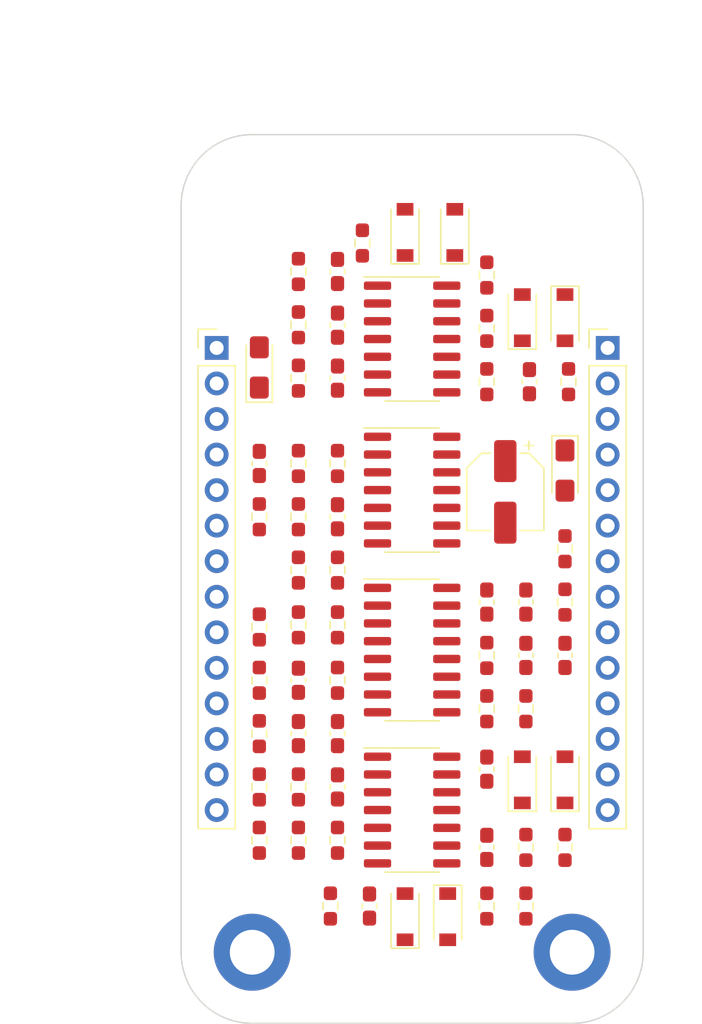
<source format=kicad_pcb>
(kicad_pcb (version 20211014) (generator pcbnew)
  (layers (0 "F.Cu" signal) (1 "In1.Cu" signal) (2 "In2.Cu" signal) (31 "B.Cu" signal) (34 "B.Paste" user) (35 "F.Paste" user) (36 "B.SilkS" user "B.Silkscreen") (37 "F.SilkS" user "F.Silkscreen") (38 "B.Mask" user) (39 "F.Mask" user) (44 "Edge.Cuts" user))
  (net 0 "")
  (net 1 "/GND")
  (net 2 "/+5.35V")
  (net 3 "/+4.5V")
  (net 4 "/+5.35V_Buf")
  (net 5 "/+4.5V_Buf")
  (net 6 "/+9V")
  (net 7 "Net-(C6-Pad1)")
  (net 8 "Net-(C6-Pad2)")
  (net 9 "Net-(C7-Pad1)")
  (net 10 "Net-(C7-Pad2)")
  (net 11 "/In")
  (net 12 "Net-(C9-Pad2)")
  (net 13 "Net-(C10-Pad1)")
  (net 14 "/VCF/UBP-LBP")
  (net 15 "Net-(C11-Pad1)")
  (net 16 "Net-(C12-Pad1)")
  (net 17 "Net-(C13-Pad1)")
  (net 18 "/UBP")
  (net 19 "Net-(C14-Pad1)")
  (net 20 "Net-(C15-Pad1)")
  (net 21 "/LBP")
  (net 22 "Net-(C16-Pad1)")
  (net 23 "Net-(C18-Pad1)")
  (net 24 "/LP")
  (net 25 "Net-(D1-Pad1)")
  (net 26 "Net-(D2-Pad1)")
  (net 27 "/CV Processing/Freq_CV_Biased")
  (net 28 "Net-(D3-Pad2)")
  (net 29 "/CV Processing/Res_CV_Biased")
  (net 30 "Net-(D4-Pad2)")
  (net 31 "/VCF/0.5*(UBP-LBP)")
  (net 32 "/VCF/LP_Lim")
  (net 33 "Net-(D7-Pad2)")
  (net 34 "/Freq_CV")
  (net 35 "/Res_CV")
  (net 36 "/HP")
  (net 37 "Net-(R3-Pad1)")
  (net 38 "Net-(R4-Pad1)")
  (net 39 "/VCF/FB")
  (net 40 "Net-(R13-Pad2)")
  (net 41 "Net-(R15-Pad2)")
  (net 42 "Net-(R16-Pad2)")
  (net 43 "Net-(R22-Pad2)")
  (net 44 "Net-(R23-Pad2)")
  (net 45 "Net-(R26-Pad2)")
  (net 46 "Net-(R28-Pad2)")
  (net 47 "Net-(R29-Pad2)")
  (net 48 "Net-(R33-Pad2)")
  (footprint "Package_SO:SOIC-14_3.9x8.7mm_P1.27mm" (layer "F.Cu") (at 64.77 60.96)
    (fp_text reference "U1" hide)
    (fp_text value "TL074")
    (pad "1" smd roundrect (at -2.475 -3.81) (size 1.95 0.6) (layers "F.Cu" "F.Paste" "F.Mask") (net 37 "Net-(R3-Pad1)"))
    (pad "2" smd roundrect (at -2.475 -2.54) (size 1.95 0.6) (layers "F.Cu" "F.Paste" "F.Mask") (net 37 "Net-(R3-Pad1)"))
    (pad "3" smd roundrect (at -2.475 -1.27) (size 1.95 0.6) (layers "F.Cu" "F.Paste" "F.Mask") (net 2 "/+5.35V"))
    (pad "4" smd roundrect (at -2.475 0) (size 1.95 0.6) (layers "F.Cu" "F.Paste" "F.Mask") (net 6 "/+9V"))
    (pad "5" smd roundrect (at -2.475 1.27) (size 1.95 0.6) (layers "F.Cu" "F.Paste" "F.Mask") (net 5 "/+4.5V_Buf"))
    (pad "6" smd roundrect (at -2.475 2.54) (size 1.95 0.6) (layers "F.Cu" "F.Paste" "F.Mask") (net 40 "Net-(R13-Pad2)"))
    (pad "7" smd roundrect (at -2.475 3.81) (size 1.95 0.6) (layers "F.Cu" "F.Paste" "F.Mask") (net 36 "/HP"))
    (pad "8" smd roundrect (at 2.475 3.81) (size 1.95 0.6) (layers "F.Cu" "F.Paste" "F.Mask") (net 18 "/UBP"))
    (pad "9" smd roundrect (at 2.475 2.54) (size 1.95 0.6) (layers "F.Cu" "F.Paste" "F.Mask") (net 17 "Net-(C13-Pad1)"))
    (pad "10" smd roundrect (at 2.475 1.27) (size 1.95 0.6) (layers "F.Cu" "F.Paste" "F.Mask") (net 5 "/+4.5V_Buf"))
    (pad "11" smd roundrect (at 2.475 0) (size 1.95 0.6) (layers "F.Cu" "F.Paste" "F.Mask") (net 1 "/GND"))
    (pad "12" smd roundrect (at 2.475 -1.27) (size 1.95 0.6) (layers "F.Cu" "F.Paste" "F.Mask") (net 3 "/+4.5V"))
    (pad "13" smd roundrect (at 2.475 -2.54) (size 1.95 0.6) (layers "F.Cu" "F.Paste" "F.Mask") (net 38 "Net-(R4-Pad1)"))
    (pad "14" smd roundrect (at 2.475 -3.81) (size 1.95 0.6) (layers "F.Cu" "F.Paste" "F.Mask") (net 38 "Net-(R4-Pad1)"))
  )
  (footprint "Resistor_SMD:R_0603_1608Metric_Pad0.98x0.95mm_HandSolder" (layer "F.Cu") (at 53.848 85.979 -90)
    (fp_text reference "R15" hide)
    (fp_text value "33k")
    (pad "1" smd roundrect (at -0.9125 0 270) (size 0.975 0.95) (layers "F.Cu" "F.Paste" "F.Mask") (net 21 "/LBP"))
    (pad "2" smd roundrect (at 0.9125 0 270) (size 0.975 0.95) (layers "F.Cu" "F.Paste" "F.Mask") (net 41 "Net-(R15-Pad2)"))
  )
  (footprint "Capacitor_SMD:CP_Elec_5x5.4" (layer "F.Cu") (at 71.4248 61.087 -90)
    (fp_text reference "C9" hide)
    (fp_text value "10u")
    (pad "1" smd roundrect (at -2.2 0 270) (size 3 1.6) (layers "F.Cu" "F.Paste" "F.Mask") (roundrect_rratio 0.15625) (net 11 "/In"))
    (pad "2" smd roundrect (at 2.2 0 270) (size 3 1.6) (layers "F.Cu" "F.Paste" "F.Mask") (roundrect_rratio 0.15625) (net 12 "Net-(C9-Pad2)"))
  )
  (footprint "Capacitor_SMD:C_0603_1608Metric_Pad1.08x0.95mm_HandSolder" (layer "F.Cu") (at 72.898 72.771 -90)
    (fp_text reference "C16" hide)
    (fp_text value "1.2n")
    (pad "1" smd roundrect (at -0.8625 0 270) (size 1.075 0.95) (layers "F.Cu" "F.Paste" "F.Mask") (net 22 "Net-(C16-Pad1)"))
    (pad "2" smd roundrect (at 0.8625 0 270) (size 1.075 0.95) (layers "F.Cu" "F.Paste" "F.Mask") (net 5 "/+4.5V_Buf"))
  )
  (footprint "Capacitor_SMD:C_0603_1608Metric_Pad1.08x0.95mm_HandSolder" (layer "F.Cu") (at 75.692 72.771 -90)
    (fp_text reference "C14" hide)
    (fp_text value "1.2n")
    (pad "1" smd roundrect (at -0.8625 0 270) (size 1.075 0.95) (layers "F.Cu" "F.Paste" "F.Mask") (net 19 "Net-(C14-Pad1)"))
    (pad "2" smd roundrect (at 0.8625 0 270) (size 1.075 0.95) (layers "F.Cu" "F.Paste" "F.Mask") (net 5 "/+4.5V_Buf"))
  )
  (footprint "Resistor_SMD:R_0603_1608Metric_Pad0.98x0.95mm_HandSolder" (layer "F.Cu") (at 59.436 59.055 90)
    (fp_text reference "R6" hide)
    (fp_text value "200k")
    (pad "1" smd roundrect (at -0.9125 0 90) (size 0.975 0.95) (layers "F.Cu" "F.Paste" "F.Mask") (net 35 "/Res_CV"))
    (pad "2" smd roundrect (at 0.9125 0 90) (size 0.975 0.95) (layers "F.Cu" "F.Paste" "F.Mask") (net 9 "Net-(C7-Pad1)"))
  )
  (footprint "Resistor_SMD:R_0603_1608Metric_Pad0.98x0.95mm_HandSolder" (layer "F.Cu") (at 56.642 59.055 90)
    (fp_text reference "R3" hide)
    (fp_text value "10")
    (pad "1" smd roundrect (at -0.9125 0 90) (size 0.975 0.95) (layers "F.Cu" "F.Paste" "F.Mask") (net 37 "Net-(R3-Pad1)"))
    (pad "2" smd roundrect (at 0.9125 0 90) (size 0.975 0.95) (layers "F.Cu" "F.Paste" "F.Mask") (net 4 "/+5.35V_Buf"))
  )
  (footprint "Resistor_SMD:R_0603_1608Metric_Pad0.98x0.95mm_HandSolder" (layer "F.Cu") (at 70.104 90.678 -90)
    (fp_text reference "R31" hide)
    (fp_text value "330k")
    (pad "1" smd roundrect (at -0.9125 0 270) (size 0.975 0.95) (layers "F.Cu" "F.Paste" "F.Mask") (net 31 "/VCF/0.5*(UBP-LBP)"))
    (pad "2" smd roundrect (at 0.9125 0 270) (size 0.975 0.95) (layers "F.Cu" "F.Paste" "F.Mask") (net 47 "Net-(R29-Pad2)"))
  )
  (footprint "Capacitor_SMD:C_0603_1608Metric_Pad1.08x0.95mm_HandSolder" (layer "F.Cu") (at 56.642 74.549 -90)
    (fp_text reference "C11" hide)
    (fp_text value "1.2n")
    (pad "1" smd roundrect (at -0.8625 0 270) (size 1.075 0.95) (layers "F.Cu" "F.Paste" "F.Mask") (net 15 "Net-(C11-Pad1)"))
    (pad "2" smd roundrect (at 0.8625 0 270) (size 1.075 0.95) (layers "F.Cu" "F.Paste" "F.Mask") (net 5 "/+4.5V_Buf"))
  )
  (footprint "Resistor_SMD:R_0603_1608Metric_Pad0.98x0.95mm_HandSolder" (layer "F.Cu") (at 72.898 90.678 -90)
    (fp_text reference "R21" hide)
    (fp_text value "33k")
    (pad "1" smd roundrect (at -0.9125 0 270) (size 0.975 0.95) (layers "F.Cu" "F.Paste" "F.Mask") (net 5 "/+4.5V_Buf"))
    (pad "2" smd roundrect (at 0.9125 0 270) (size 0.975 0.95) (layers "F.Cu" "F.Paste" "F.Mask") (net 13 "Net-(C10-Pad1)"))
  )
  (footprint "Diode_SMD:D_SOD-123" (layer "F.Cu") (at 75.692 81.661 90)
    (fp_text reference "D8" hide)
    (fp_text value "2.7V")
    (pad "1" smd rect (at -1.65 0 90) (size 0.9 1.2) (layers "F.Cu" "F.Paste" "F.Mask") (net 5 "/+4.5V_Buf"))
    (pad "2" smd rect (at 1.65 0 90) (size 0.9 1.2) (layers "F.Cu" "F.Paste" "F.Mask") (net 33 "Net-(D7-Pad2)"))
  )
  (footprint "Resistor_SMD:R_0603_1608Metric_Pad0.98x0.95mm_HandSolder" (layer "F.Cu") (at 56.642 85.979 90)
    (fp_text reference "R19" hide)
    (fp_text value "33k")
    (pad "1" smd roundrect (at -0.9125 0 90) (size 0.975 0.95) (layers "F.Cu" "F.Paste" "F.Mask") (net 41 "Net-(R15-Pad2)"))
    (pad "2" smd roundrect (at 0.9125 0 90) (size 0.975 0.95) (layers "F.Cu" "F.Paste" "F.Mask") (net 14 "/VCF/UBP-LBP"))
  )
  (footprint "Capacitor_Tantalum_SMD:CP_EIA-3216-18_Kemet-A_Pad1.58x1.35mm_HandSolder" (layer "F.Cu") (at 53.848 52.197 90)
    (fp_text reference "C3" hide)
    (fp_text value "22u")
    (pad "1" smd roundrect (at -1.4375 0 90) (size 1.575 1.35) (layers "F.Cu" "F.Paste" "F.Mask") (roundrect_rratio 0.185185) (net 4 "/+5.35V_Buf"))
    (pad "2" smd roundrect (at 1.4375 0 90) (size 1.575 1.35) (layers "F.Cu" "F.Paste" "F.Mask") (roundrect_rratio 0.185185) (net 1 "/GND"))
  )
  (footprint "Capacitor_SMD:C_0603_1608Metric_Pad1.08x0.95mm_HandSolder" (layer "F.Cu") (at 70.104 80.899 90)
    (fp_text reference "C15" hide)
    (fp_text value "220p")
    (pad "1" smd roundrect (at -0.8625 0 90) (size 1.075 0.95) (layers "F.Cu" "F.Paste" "F.Mask") (net 20 "Net-(C15-Pad1)"))
    (pad "2" smd roundrect (at 0.8625 0 90) (size 1.075 0.95) (layers "F.Cu" "F.Paste" "F.Mask") (net 21 "/LBP"))
  )
  (footprint "Resistor_SMD:R_0603_1608Metric_Pad0.98x0.95mm_HandSolder" (layer "F.Cu") (at 70.104 49.403 90)
    (fp_text reference "R10" hide)
    (fp_text value "100")
    (pad "1" smd roundrect (at -0.9125 0 90) (size 0.975 0.95) (layers "F.Cu" "F.Paste" "F.Mask") (net 10 "Net-(C7-Pad2)"))
    (pad "2" smd roundrect (at 0.9125 0 90) (size 0.975 0.95) (layers "F.Cu" "F.Paste" "F.Mask") (net 26 "Net-(D2-Pad1)"))
  )
  (footprint "Diode_SMD:D_SOD-123" (layer "F.Cu") (at 64.262 42.545 90)
    (fp_text reference "D3" hide)
    (fp_text value "1N4148")
    (pad "1" smd rect (at -1.65 0 90) (size 0.9 1.2) (layers "F.Cu" "F.Paste" "F.Mask") (net 27 "/CV Processing/Freq_CV_Biased"))
    (pad "2" smd rect (at 1.65 0 90) (size 0.9 1.2) (layers "F.Cu" "F.Paste" "F.Mask") (net 28 "Net-(D3-Pad2)"))
  )
  (footprint "Capacitor_SMD:C_0603_1608Metric_Pad1.08x0.95mm_HandSolder" (layer "F.Cu") (at 53.848 59.055 -90)
    (fp_text reference "C1" hide)
    (fp_text value "100n")
    (pad "1" smd roundrect (at -0.8625 0 270) (size 1.075 0.95) (layers "F.Cu" "F.Paste" "F.Mask") (net 1 "/GND"))
    (pad "2" smd roundrect (at 0.8625 0 270) (size 1.075 0.95) (layers "F.Cu" "F.Paste" "F.Mask") (net 2 "/+5.35V"))
  )
  (footprint "Resistor_SMD:R_0603_1608Metric_Pad0.98x0.95mm_HandSolder" (layer "F.Cu") (at 56.642 52.959 -90)
    (fp_text reference "R8" hide)
    (fp_text value "100k")
    (pad "1" smd roundrect (at -0.9125 0 270) (size 0.975 0.95) (layers "F.Cu" "F.Paste" "F.Mask") (net 9 "Net-(C7-Pad1)"))
    (pad "2" smd roundrect (at 0.9125 0 270) (size 0.975 0.95) (layers "F.Cu" "F.Paste" "F.Mask") (net 10 "Net-(C7-Pad2)"))
  )
  (footprint "Package_SO:SOIC-14_3.9x8.7mm_P1.27mm" (layer "F.Cu") (at 64.77 50.165)
    (fp_text reference "U2" hide)
    (fp_text value "TL074")
    (pad "1" smd roundrect (at -2.475 -3.81) (size 1.95 0.6) (layers "F.Cu" "F.Paste" "F.Mask") (net 8 "Net-(C6-Pad2)"))
    (pad "2" smd roundrect (at -2.475 -2.54) (size 1.95 0.6) (layers "F.Cu" "F.Paste" "F.Mask") (net 7 "Net-(C6-Pad1)"))
    (pad "3" smd roundrect (at -2.475 -1.27) (size 1.95 0.6) (layers "F.Cu" "F.Paste" "F.Mask") (net 4 "/+5.35V_Buf"))
    (pad "4" smd roundrect (at -2.475 0) (size 1.95 0.6) (layers "F.Cu" "F.Paste" "F.Mask") (net 6 "/+9V"))
    (pad "5" smd roundrect (at -2.475 1.27) (size 1.95 0.6) (layers "F.Cu" "F.Paste" "F.Mask") (net 4 "/+5.35V_Buf"))
    (pad "6" smd roundrect (at -2.475 2.54) (size 1.95 0.6) (layers "F.Cu" "F.Paste" "F.Mask") (net 9 "Net-(C7-Pad1)"))
    (pad "7" smd roundrect (at -2.475 3.81) (size 1.95 0.6) (layers "F.Cu" "F.Paste" "F.Mask") (net 10 "Net-(C7-Pad2)"))
    (pad "8" smd roundrect (at 2.475 3.81) (size 1.95 0.6) (layers "F.Cu" "F.Paste" "F.Mask") (net 30 "Net-(D4-Pad2)"))
    (pad "9" smd roundrect (at 2.475 2.54) (size 1.95 0.6) (layers "F.Cu" "F.Paste" "F.Mask") (net 29 "/CV Processing/Res_CV_Biased"))
    (pad "10" smd roundrect (at 2.475 1.27) (size 1.95 0.6) (layers "F.Cu" "F.Paste" "F.Mask") (net 26 "Net-(D2-Pad1)"))
    (pad "11" smd roundrect (at 2.475 0) (size 1.95 0.6) (layers "F.Cu" "F.Paste" "F.Mask") (net 1 "/GND"))
    (pad "12" smd roundrect (at 2.475 -1.27) (size 1.95 0.6) (layers "F.Cu" "F.Paste" "F.Mask") (net 25 "Net-(D1-Pad1)"))
    (pad "13" smd roundrect (at 2.475 -2.54) (size 1.95 0.6) (layers "F.Cu" "F.Paste" "F.Mask") (net 27 "/CV Processing/Freq_CV_Biased"))
    (pad "14" smd roundrect (at 2.475 -3.81) (size 1.95 0.6) (layers "F.Cu" "F.Paste" "F.Mask") (net 28 "Net-(D3-Pad2)"))
  )
  (footprint "Capacitor_SMD:C_0603_1608Metric_Pad1.08x0.95mm_HandSolder" (layer "F.Cu") (at 59.436 49.1755 -90)
    (fp_text reference "C8" hide)
    (fp_text value "100n")
    (pad "1" smd roundrect (at -0.8625 0 270) (size 1.075 0.95) (layers "F.Cu" "F.Paste" "F.Mask") (net 1 "/GND"))
    (pad "2" smd roundrect (at 0.8625 0 270) (size 1.075 0.95) (layers "F.Cu" "F.Paste" "F.Mask") (net 6 "/+9V"))
  )
  (footprint "Resistor_SMD:R_0603_1608Metric_Pad0.98x0.95mm_HandSolder" (layer "F.Cu") (at 59.436 66.675 90)
    (fp_text reference "R14" hide)
    (fp_text value "33k")
    (pad "1" smd roundrect (at -0.9125 0 90) (size 0.975 0.95) (layers "F.Cu" "F.Paste" "F.Mask") (net 12 "Net-(C9-Pad2)"))
    (pad "2" smd roundrect (at 0.9125 0 90) (size 0.975 0.95) (layers "F.Cu" "F.Paste" "F.Mask") (net 40 "Net-(R13-Pad2)"))
  )
  (footprint "Resistor_SMD:R_0603_1608Metric_Pad0.98x0.95mm_HandSolder" (layer "F.Cu") (at 70.104 45.593 -90)
    (fp_text reference "R11" hide)
    (fp_text value "10k")
    (pad "1" smd roundrect (at -0.9125 0 270) (size 0.975 0.95) (layers "F.Cu" "F.Paste" "F.Mask") (net 5 "/+4.5V_Buf"))
    (pad "2" smd roundrect (at 0.9125 0 270) (size 0.975 0.95) (layers "F.Cu" "F.Paste" "F.Mask") (net 27 "/CV Processing/Freq_CV_Biased"))
  )
  (footprint "Diode_SMD:D_SOD-123" (layer "F.Cu") (at 67.31 91.44 -90)
    (fp_text reference "D5" hide)
    (fp_text value "1N4148")
    (pad "1" smd rect (at -1.65 0 270) (size 0.9 1.2) (layers "F.Cu" "F.Paste" "F.Mask") (net 31 "/VCF/0.5*(UBP-LBP)"))
    (pad "2" smd rect (at 1.65 0 270) (size 0.9 1.2) (layers "F.Cu" "F.Paste" "F.Mask") (net 13 "Net-(C10-Pad1)"))
  )
  (footprint "Resistor_SMD:R_0603_1608Metric_Pad0.98x0.95mm_HandSolder" (layer "F.Cu") (at 72.898 76.581 90)
    (fp_text reference "R35" hide)
    (fp_text value "3.3k")
    (pad "1" smd roundrect (at -0.9125 0 90) (size 0.975 0.95) (layers "F.Cu" "F.Paste" "F.Mask") (net 24 "/LP"))
    (pad "2" smd roundrect (at 0.9125 0 90) (size 0.975 0.95) (layers "F.Cu" "F.Paste" "F.Mask") (net 32 "/VCF/LP_Lim"))
  )
  (footprint "Resistor_SMD:R_0603_1608Metric_Pad0.98x0.95mm_HandSolder" (layer "F.Cu") (at 70.104 76.581 90)
    (fp_text reference "R33" hide)
    (fp_text value "33k")
    (pad "1" smd roundrect (at -0.9125 0 90) (size 0.975 0.95) (layers "F.Cu" "F.Paste" "F.Mask") (net 21 "/LBP"))
    (pad "2" smd roundrect (at 0.9125 0 90) (size 0.975 0.95) (layers "F.Cu" "F.Paste" "F.Mask") (net 48 "Net-(R33-Pad2)"))
  )
  (footprint "Capacitor_Tantalum_SMD:CP_EIA-3216-18_Kemet-A_Pad1.58x1.35mm_HandSolder" (layer "F.Cu") (at 75.692 59.563 -90)
    (fp_text reference "C4" hide)
    (fp_text value "22u")
    (pad "1" smd roundrect (at -1.4375 0 270) (size 1.575 1.35) (layers "F.Cu" "F.Paste" "F.Mask") (roundrect_rratio 0.185185) (net 5 "/+4.5V_Buf"))
    (pad "2" smd roundrect (at 1.4375 0 270) (size 1.575 1.35) (layers "F.Cu" "F.Paste" "F.Mask") (roundrect_rratio 0.185185) (net 1 "/GND"))
  )
  (footprint "Resistor_SMD:R_0603_1608Metric_Pad0.98x0.95mm_HandSolder" (layer "F.Cu") (at 59.436 85.979 90)
    (fp_text reference "R20" hide)
    (fp_text value "33k")
    (pad "1" smd roundrect (at -0.9125 0 90) (size 0.975 0.95) (layers "F.Cu" "F.Paste" "F.Mask") (net 13 "Net-(C10-Pad1)"))
    (pad "2" smd roundrect (at 0.9125 0 90) (size 0.975 0.95) (layers "F.Cu" "F.Paste" "F.Mask") (net 14 "/VCF/UBP-LBP"))
  )
  (footprint "Diode_SMD:D_SOD-123" (layer "F.Cu") (at 72.644 48.641 90)
    (fp_text reference "D4" hide)
    (fp_text value "1N4148")
    (pad "1" smd rect (at -1.65 0 90) (size 0.9 1.2) (layers "F.Cu" "F.Paste" "F.Mask") (net 29 "/CV Processing/Res_CV_Biased"))
    (pad "2" smd rect (at 1.65 0 90) (size 0.9 1.2) (layers "F.Cu" "F.Paste" "F.Mask") (net 30 "Net-(D4-Pad2)"))
  )
  (footprint "Diode_SMD:D_SOD-123" (layer "F.Cu") (at 67.818 42.545 90)
    (fp_text reference "D1" hide)
    (fp_text value "2.7V")
    (pad "1" smd rect (at -1.65 0 90) (size 0.9 1.2) (layers "F.Cu" "F.Paste" "F.Mask") (net 25 "Net-(D1-Pad1)"))
    (pad "2" smd rect (at 1.65 0 90) (size 0.9 1.2) (layers "F.Cu" "F.Paste" "F.Mask") (net 5 "/+4.5V_Buf"))
  )
  (footprint "MountingHole:MountingHole_3.2mm_M3" (layer "F.Cu") (at 53.34 40.64)
    (fp_text reference "H2" hide)
    (fp_text value "1")
    (pad "" np_thru_hole circle locked (at 0 0) (size 3.2 3.2) (drill 3.2) (layers *.Cu *.Mask))
  )
  (footprint "Resistor_SMD:R_0603_1608Metric_Pad0.98x0.95mm_HandSolder" (layer "F.Cu") (at 56.642 70.5885 -90)
    (fp_text reference "R24" hide)
    (fp_text value "220")
    (pad "1" smd roundrect (at -0.9125 0 270) (size 0.975 0.95) (layers "F.Cu" "F.Paste" "F.Mask") (net 43 "Net-(R22-Pad2)"))
    (pad "2" smd roundrect (at 0.9125 0 270) (size 0.975 0.95) (layers "F.Cu" "F.Paste" "F.Mask") (net 15 "Net-(C11-Pad1)"))
  )
  (footprint "Resistor_SMD:R_0603_1608Metric_Pad0.98x0.95mm_HandSolder" (layer "F.Cu") (at 75.946 53.213 90)
    (fp_text reference "R4" hide)
    (fp_text value "10")
    (pad "1" smd roundrect (at -0.9125 0 90) (size 0.975 0.95) (layers "F.Cu" "F.Paste" "F.Mask") (net 38 "Net-(R4-Pad1)"))
    (pad "2" smd roundrect (at 0.9125 0 90) (size 0.975 0.95) (layers "F.Cu" "F.Paste" "F.Mask") (net 5 "/+4.5V_Buf"))
  )
  (footprint "Diode_SMD:D_SOD-123" (layer "F.Cu") (at 64.262 91.44 90)
    (fp_text reference "D6" hide)
    (fp_text value "1N4148")
    (pad "1" smd rect (at -1.65 0 90) (size 0.9 1.2) (layers "F.Cu" "F.Paste" "F.Mask") (net 13 "Net-(C10-Pad1)"))
    (pad "2" smd rect (at 1.65 0 90) (size 0.9 1.2) (layers "F.Cu" "F.Paste" "F.Mask") (net 31 "/VCF/0.5*(UBP-LBP)"))
  )
  (footprint "Capacitor_SMD:C_0603_1608Metric_Pad1.08x0.95mm_HandSolder" (layer "F.Cu") (at 59.436 45.339 90)
    (fp_text reference "C6" hide)
    (fp_text value "68p")
    (pad "1" smd roundrect (at -0.8625 0 90) (size 1.075 0.95) (layers "F.Cu" "F.Paste" "F.Mask") (net 7 "Net-(C6-Pad1)"))
    (pad "2" smd roundrect (at 0.8625 0 90) (size 1.075 0.95) (layers "F.Cu" "F.Paste" "F.Mask") (net 8 "Net-(C6-Pad2)"))
  )
  (footprint "Capacitor_SMD:C_0603_1608Metric_Pad1.08x0.95mm_HandSolder" (layer "F.Cu") (at 61.722 90.678 90)
    (fp_text reference "C10" hide)
    (fp_text value "220p")
    (pad "1" smd roundrect (at -0.8625 0 90) (size 1.075 0.95) (layers "F.Cu" "F.Paste" "F.Mask") (net 13 "Net-(C10-Pad1)"))
    (pad "2" smd roundrect (at 0.8625 0 90) (size 1.075 0.95) (layers "F.Cu" "F.Paste" "F.Mask") (net 14 "/VCF/UBP-LBP"))
  )
  (footprint "Resistor_SMD:R_0603_1608Metric_Pad0.98x0.95mm_HandSolder" (layer "F.Cu") (at 53.848 74.549 -90)
    (fp_text reference "R25" hide)
    (fp_text value "220")
    (pad "1" smd roundrect (at -0.9125 0 270) (size 0.975 0.95) (layers "F.Cu" "F.Paste" "F.Mask") (net 44 "Net-(R23-Pad2)"))
    (pad "2" smd roundrect (at 0.9125 0 270) (size 0.975 0.95) (layers "F.Cu" "F.Paste" "F.Mask") (net 16 "Net-(C12-Pad1)"))
  )
  (footprint "Resistor_SMD:R_0603_1608Metric_Pad0.98x0.95mm_HandSolder" (layer "F.Cu") (at 75.692 65.151 -90)
    (fp_text reference "R26" hide)
    (fp_text value "33k")
    (pad "1" smd roundrect (at -0.9125 0 270) (size 0.975 0.95) (layers "F.Cu" "F.Paste" "F.Mask") (net 18 "/UBP"))
    (pad "2" smd roundrect (at 0.9125 0 270) (size 0.975 0.95) (layers "F.Cu" "F.Paste" "F.Mask") (net 45 "Net-(R26-Pad2)"))
  )
  (footprint "Capacitor_SMD:C_0603_1608Metric_Pad1.08x0.95mm_HandSolder" (layer "F.Cu") (at 73.152 53.213 90)
    (fp_text reference "C2" hide)
    (fp_text value "100n")
    (pad "1" smd roundrect (at -0.8625 0 90) (size 1.075 0.95) (layers "F.Cu" "F.Paste" "F.Mask") (net 1 "/GND"))
    (pad "2" smd roundrect (at 0.8625 0 90) (size 1.075 0.95) (layers "F.Cu" "F.Paste" "F.Mask") (net 3 "/+4.5V"))
  )
  (footprint "Resistor_SMD:R_0603_1608Metric_Pad0.98x0.95mm_HandSolder" (layer "F.Cu") (at 53.848 70.739 90)
    (fp_text reference "R13" hide)
    (fp_text value "33k")
    (pad "1" smd roundrect (at -0.9125 0 90) (size 0.975 0.95) (layers "F.Cu" "F.Paste" "F.Mask") (net 39 "/VCF/FB"))
    (pad "2" smd roundrect (at 0.9125 0 90) (size 0.975 0.95) (layers "F.Cu" "F.Paste" "F.Mask") (net 40 "Net-(R13-Pad2)"))
  )
  (footprint "Resistor_SMD:R_0603_1608Metric_Pad0.98x0.95mm_HandSolder" (layer "F.Cu") (at 61.214 43.307 90)
    (fp_text reference "R9" hide)
    (fp_text value "100")
    (pad "1" smd roundrect (at -0.9125 0 90) (size 0.975 0.95) (layers "F.Cu" "F.Paste" "F.Mask") (net 8 "Net-(C6-Pad2)"))
    (pad "2" smd roundrect (at 0.9125 0 90) (size 0.975 0.95) (layers "F.Cu" "F.Paste" "F.Mask") (net 25 "Net-(D1-Pad1)"))
  )
  (footprint "Resistor_SMD:R_0603_1608Metric_Pad0.98x0.95mm_HandSolder" (layer "F.Cu") (at 56.642 66.675 -90)
    (fp_text reference "R18" hide)
    (fp_text value "33k")
    (pad "1" smd roundrect (at -0.9125 0 270) (size 0.975 0.95) (layers "F.Cu" "F.Paste" "F.Mask") (net 40 "Net-(R13-Pad2)"))
    (pad "2" smd roundrect (at 0.9125 0 270) (size 0.975 0.95) (layers "F.Cu" "F.Paste" "F.Mask") (net 36 "/HP"))
  )
  (footprint "Resistor_SMD:R_0603_1608Metric_Pad0.98x0.95mm_HandSolder" (layer "F.Cu") (at 59.436 74.549 90)
    (fp_text reference "R23" hide)
    (fp_text value "22k")
    (pad "1" smd roundrect (at -0.9125 0 90) (size 0.975 0.95) (layers "F.Cu" "F.Paste" "F.Mask") (net 14 "/VCF/UBP-LBP"))
    (pad "2" smd roundrect (at 0.9125 0 90) (size 0.975 0.95) (layers "F.Cu" "F.Paste" "F.Mask") (net 44 "Net-(R23-Pad2)"))
  )
  (footprint "Resistor_SMD:R_0603_1608Metric_Pad0.98x0.95mm_HandSolder" (layer "F.Cu") (at 56.642 45.339 90)
    (fp_text reference "R7" hide)
    (fp_text value "100k")
    (pad "1" smd roundrect (at -0.9125 0 90) (size 0.975 0.95) (layers "F.Cu" "F.Paste" "F.Mask") (net 7 "Net-(C6-Pad1)"))
    (pad "2" smd roundrect (at 0.9125 0 90) (size 0.975 0.95) (layers "F.Cu" "F.Paste" "F.Mask") (net 8 "Net-(C6-Pad2)"))
  )
  (footprint "Connector_PinHeader_2.54mm:PinHeader_1x14_P2.54mm_Vertical" (layer "F.Cu") (at 50.8 50.8)
    (fp_text reference "J1" hide)
    (fp_text value "Conn_01x14_Male")
    (pad "1" thru_hole rect locked (at 0 0) (size 1.7 1.7) (drill 1) (layers *.Cu *.Mask) (net 6 "/+9V"))
    (pad "2" thru_hole oval locked (at 0 2.54) (size 1.7 1.7) (drill 1) (layers *.Cu *.Mask) (net 1 "/GND"))
    (pad "3" thru_hole oval locked (at 0 5.08) (size 1.7 1.7) (drill 1) (layers *.Cu *.Mask) (net 3 "/+4.5V"))
    (pad "4" thru_hole oval locked (at 0 7.62) (size 1.7 1.7) (drill 1) (layers *.Cu *.Mask) (net 11 "/In"))
    (pad "5" thru_hole oval locked (at 0 10.16) (size 1.7 1.7) (drill 1) (layers *.Cu *.Mask) (net 1 "/GND"))
    (pad "6" thru_hole oval locked (at 0 12.7) (size 1.7 1.7) (drill 1) (layers *.Cu *.Mask) (net 34 "/Freq_CV"))
    (pad "7" thru_hole oval locked (at 0 15.24) (size 1.7 1.7) (drill 1) (layers *.Cu *.Mask) (net 35 "/Res_CV"))
    (pad "8" thru_hole oval locked (at 0 17.78) (size 1.7 1.7) (drill 1) (layers *.Cu *.Mask) (net 1 "/GND"))
    (pad "9" thru_hole oval locked (at 0 20.32) (size 1.7 1.7) (drill 1) (layers *.Cu *.Mask) (net 36 "/HP"))
    (pad "10" thru_hole oval locked (at 0 22.86) (size 1.7 1.7) (drill 1) (layers *.Cu *.Mask) (net 18 "/UBP"))
    (pad "11" thru_hole oval locked (at 0 25.4) (size 1.7 1.7) (drill 1) (layers *.Cu *.Mask) (net 1 "/GND"))
    (pad "12" thru_hole oval locked (at 0 27.94) (size 1.7 1.7) (drill 1) (layers *.Cu *.Mask) (net 21 "/LBP"))
    (pad "13" thru_hole oval locked (at 0 30.48) (size 1.7 1.7) (drill 1) (layers *.Cu *.Mask) (net 24 "/LP"))
    (pad "14" thru_hole oval locked (at 0 33.02) (size 1.7 1.7) (drill 1) (layers *.Cu *.Mask) (net 1 "/GND"))
  )
  (footprint "Capacitor_SMD:C_0603_1608Metric_Pad1.08x0.95mm_HandSolder" (layer "F.Cu") (at 70.104 68.961 -90)
    (fp_text reference "C20" hide)
    (fp_text value "100n")
    (pad "1" smd roundrect (at -0.8625 0 270) (size 1.075 0.95) (layers "F.Cu" "F.Paste" "F.Mask") (net 6 "/+9V"))
    (pad "2" smd roundrect (at 0.8625 0 270) (size 1.075 0.95) (layers "F.Cu" "F.Paste" "F.Mask") (net 1 "/GND"))
  )
  (footprint "Capacitor_SMD:C_0603_1608Metric_Pad1.08x0.95mm_HandSolder" (layer "F.Cu") (at 59.436 62.865 -90)
    (fp_text reference "C5" hide)
    (fp_text value "100n")
    (pad "1" smd roundrect (at -0.8625 0 270) (size 1.075 0.95) (layers "F.Cu" "F.Paste" "F.Mask") (net 6 "/+9V"))
    (pad "2" smd roundrect (at 0.8625 0 270) (size 1.075 0.95) (layers "F.Cu" "F.Paste" "F.Mask") (net 1 "/GND"))
  )
  (footprint "Diode_SMD:D_SOD-123" (layer "F.Cu") (at 75.692 48.641 -90)
    (fp_text reference "D2" hide)
    (fp_text value "2.7V")
    (pad "1" smd rect (at -1.65 0 270) (size 0.9 1.2) (layers "F.Cu" "F.Paste" "F.Mask") (net 26 "Net-(D2-Pad1)"))
    (pad "2" smd rect (at 1.65 0 270) (size 0.9 1.2) (layers "F.Cu" "F.Paste" "F.Mask") (net 5 "/+4.5V_Buf"))
  )
  (footprint "Resistor_SMD:R_0603_1608Metric_Pad0.98x0.95mm_HandSolder" (layer "F.Cu") (at 53.848 82.169 -90)
    (fp_text reference "R16" hide)
    (fp_text value "33k")
    (pad "1" smd roundrect (at -0.9125 0 270) (size 0.975 0.95) (layers "F.Cu" "F.Paste" "F.Mask") (net 18 "/UBP"))
    (pad "2" smd roundrect (at 0.9125 0 270) (size 0.975 0.95) (layers "F.Cu" "F.Paste" "F.Mask") (net 42 "Net-(R16-Pad2)"))
  )
  (footprint "Resistor_SMD:R_0603_1608Metric_Pad0.98x0.95mm_HandSolder" (layer "F.Cu") (at 56.642 62.865 -90)
    (fp_text reference "R1" hide)
    (fp_text value "6.8k")
    (pad "1" smd roundrect (at -0.9125 0 270) (size 0.975 0.95) (layers "F.Cu" "F.Paste" "F.Mask") (net 2 "/+5.35V"))
    (pad "2" smd roundrect (at 0.9125 0 270) (size 0.975 0.95) (layers "F.Cu" "F.Paste" "F.Mask") (net 6 "/+9V"))
  )
  (footprint "Resistor_SMD:R_0603_1608Metric_Pad0.98x0.95mm_HandSolder" (layer "F.Cu") (at 53.848 62.865 90)
    (fp_text reference "R2" hide)
    (fp_text value "10k")
    (pad "1" smd roundrect (at -0.9125 0 90) (size 0.975 0.95) (layers "F.Cu" "F.Paste" "F.Mask") (net 1 "/GND"))
    (pad "2" smd roundrect (at 0.9125 0 90) (size 0.975 0.95) (layers "F.Cu" "F.Paste" "F.Mask") (net 2 "/+5.35V"))
  )
  (footprint "Resistor_SMD:R_0603_1608Metric_Pad0.98x0.95mm_HandSolder" (layer "F.Cu") (at 70.104 72.771 90)
    (fp_text reference "R34" hide)
    (fp_text value "220")
    (pad "1" smd roundrect (at -0.9125 0 90) (size 0.975 0.95) (layers "F.Cu" "F.Paste" "F.Mask") (net 48 "Net-(R33-Pad2)"))
    (pad "2" smd roundrect (at 0.9125 0 90) (size 0.975 0.95) (layers "F.Cu" "F.Paste" "F.Mask") (net 22 "Net-(C16-Pad1)"))
  )
  (footprint "Resistor_SMD:R_0603_1608Metric_Pad0.98x0.95mm_HandSolder" (layer "F.Cu") (at 70.104 53.213 90)
    (fp_text reference "R12" hide)
    (fp_text value "10k")
    (pad "1" smd roundrect (at -0.9125 0 90) (size 0.975 0.95) (layers "F.Cu" "F.Paste" "F.Mask") (net 5 "/+4.5V_Buf"))
    (pad "2" smd roundrect (at 0.9125 0 90) (size 0.975 0.95) (layers "F.Cu" "F.Paste" "F.Mask") (net 29 "/CV Processing/Res_CV_Biased"))
  )
  (footprint "Capacitor_SMD:C_0603_1608Metric_Pad1.08x0.95mm_HandSolder" (layer "F.Cu") (at 59.436 82.169 90)
    (fp_text reference "C19" hide)
    (fp_text value "100n")
    (pad "1" smd roundrect (at -0.8625 0 90) (size 1.075 0.95) (layers "F.Cu" "F.Paste" "F.Mask") (net 6 "/+9V"))
    (pad "2" smd roundrect (at 0.8625 0 90) (size 1.075 0.95) (layers "F.Cu" "F.Paste" "F.Mask") (net 1 "/GND"))
  )
  (footprint "MountingHole:MountingHole_3.2mm_M3_ISO14580_Pad" (layer "F.Cu") (at 76.2 93.98)
    (fp_text reference "H3" hide)
    (fp_text value "GND")
    (pad "1" thru_hole circle locked (at 0 0) (size 5.5 5.5) (drill 3.2) (layers *.Cu *.Mask) (net 1 "/GND"))
  )
  (footprint "Package_SO:SOIC-14_3.9x8.7mm_P1.27mm" (layer "F.Cu") (at 64.77 83.82)
    (fp_text reference "U3" hide)
    (fp_text value "TL074")
    (pad "1" smd roundrect (at -2.475 -3.81) (size 1.95 0.6) (layers "F.Cu" "F.Paste" "F.Mask") (net 39 "/VCF/FB"))
    (pad "2" smd roundrect (at -2.475 -2.54) (size 1.95 0.6) (layers "F.Cu" "F.Paste" "F.Mask") (net 47 "Net-(R29-Pad2)"))
    (pad "3" smd roundrect (at -2.475 -1.27) (size 1.95 0.6) (layers "F.Cu" "F.Paste" "F.Mask") (net 5 "/+4.5V_Buf"))
    (pad "4" smd roundrect (at -2.475 0) (size 1.95 0.6) (layers "F.Cu" "F.Paste" "F.Mask") (net 6 "/+9V"))
    (pad "5" smd roundrect (at -2.475 1.27) (size 1.95 0.6) (layers "F.Cu" "F.Paste" "F.Mask") (net 42 "Net-(R16-Pad2)"))
    (pad "6" smd roundrect (at -2.475 2.54) (size 1.95 0.6) (layers "F.Cu" "F.Paste" "F.Mask") (net 41 "Net-(R15-Pad2)"))
    (pad "7" smd roundrect (at -2.475 3.81) (size 1.95 0.6) (layers "F.Cu" "F.Paste" "F.Mask") (net 14 "/VCF/UBP-LBP"))
    (pad "8" smd roundrect (at 2.475 3.81) (size 1.95 0.6) (layers "F.Cu" "F.Paste" "F.Mask") (net 24 "/LP"))
    (pad "9" smd roundrect (at 2.475 2.54) (size 1.95 0.6) (layers "F.Cu" "F.Paste" "F.Mask") (net 23 "Net-(C18-Pad1)"))
    (pad "10" smd roundrect (at 2.475 1.27) (size 1.95 0.6) (layers "F.Cu" "F.Paste" "F.Mask") (net 5 "/+4.5V_Buf"))
    (pad "11" smd roundrect (at 2.475 0) (size 1.95 0.6) (layers "F.Cu" "F.Paste" "F.Mask") (net 1 "/GND"))
    (pad "12" smd roundrect (at 2.475 -1.27) (size 1.95 0.6) (layers "F.Cu" "F.Paste" "F.Mask") (net 5 "/+4.5V_Buf"))
    (pad "13" smd roundrect (at 2.475 -2.54) (size 1.95 0.6) (layers "F.Cu" "F.Paste" "F.Mask") (net 20 "Net-(C15-Pad1)"))
    (pad "14" smd roundrect (at 2.475 -3.81) (size 1.95 0.6) (layers "F.Cu" "F.Paste" "F.Mask") (net 21 "/LBP"))
  )
  (footprint "Capacitor_SMD:C_0603_1608Metric_Pad1.08x0.95mm_HandSolder" (layer "F.Cu") (at 70.104 86.487 -90)
    (fp_text reference "C18" hide)
    (fp_text value "220p")
    (pad "1" smd roundrect (at -0.8625 0 270) (size 1.075 0.95) (layers "F.Cu" "F.Paste" "F.Mask") (net 23 "Net-(C18-Pad1)"))
    (pad "2" smd roundrect (at 0.8625 0 270) (size 1.075 0.95) (layers "F.Cu" "F.Paste" "F.Mask") (net 24 "/LP"))
  )
  (footprint "Resistor_SMD:R_0603_1608Metric_Pad0.98x0.95mm_HandSolder" (layer "F.Cu") (at 56.642 82.169 -90)
    (fp_text reference "R17" hide)
    (fp_text value "33k")
    (pad "1" smd roundrect (at -0.9125 0 270) (size 0.975 0.95) (layers "F.Cu" "F.Paste" "F.Mask") (net 5 "/+4.5V_Buf"))
    (pad "2" smd roundrect (at 0.9125 0 270) (size 0.975 0.95) (layers "F.Cu" "F.Paste" "F.Mask") (net 42 "Net-(R16-Pad2)"))
  )
  (footprint "MountingHole:MountingHole_3.2mm_M3" (layer "F.Cu") (at 76.2 40.64)
    (fp_text reference "H4" hide)
    (fp_text value "2")
    (pad "" np_thru_hole circle locked (at 0 0) (size 3.2 3.2) (drill 3.2) (layers *.Cu *.Mask))
  )
  (footprint "Diode_SMD:D_SOD-123" (layer "F.Cu") (at 72.644 81.661 90)
    (fp_text reference "D7" hide)
    (fp_text value "2.7V")
    (pad "1" smd rect (at -1.65 0 90) (size 0.9 1.2) (layers "F.Cu" "F.Paste" "F.Mask") (net 32 "/VCF/LP_Lim"))
    (pad "2" smd rect (at 1.65 0 90) (size 0.9 1.2) (layers "F.Cu" "F.Paste" "F.Mask") (net 33 "Net-(D7-Pad2)"))
  )
  (footprint "Resistor_SMD:R_0603_1608Metric_Pad0.98x0.95mm_HandSolder" (layer "F.Cu") (at 53.848 78.359 90)
    (fp_text reference "R32" hide)
    (fp_text value "30k")
    (pad "1" smd roundrect (at -0.9125 0 90) (size 0.975 0.95) (layers "F.Cu" "F.Paste" "F.Mask") (net 47 "Net-(R29-Pad2)"))
    (pad "2" smd roundrect (at 0.9125 0 90) (size 0.975 0.95) (layers "F.Cu" "F.Paste" "F.Mask") (net 39 "/VCF/FB"))
  )
  (footprint "Resistor_SMD:R_0603_1608Metric_Pad0.98x0.95mm_HandSolder" (layer "F.Cu") (at 58.928 90.678 -90)
    (fp_text reference "R28" hide)
    (fp_text value "3.3k")
    (pad "1" smd roundrect (at -0.9125 0 270) (size 0.975 0.95) (layers "F.Cu" "F.Paste" "F.Mask") (net 14 "/VCF/UBP-LBP"))
    (pad "2" smd roundrect (at 0.9125 0 270) (size 0.975 0.95) (layers "F.Cu" "F.Paste" "F.Mask") (net 46 "Net-(R28-Pad2)"))
  )
  (footprint "Capacitor_SMD:C_0603_1608Metric_Pad1.08x0.95mm_HandSolder" (layer "F.Cu") (at 72.898 68.961 -90)
    (fp_text reference "C13" hide)
    (fp_text value "220p")
    (pad "1" smd roundrect (at -0.8625 0 270) (size 1.075 0.95) (layers "F.Cu" "F.Paste" "F.Mask") (net 17 "Net-(C13-Pad1)"))
    (pad "2" smd roundrect (at 0.8625 0 270) (size 1.075 0.95) (layers "F.Cu" "F.Paste" "F.Mask") (net 18 "/UBP"))
  )
  (footprint "Resistor_SMD:R_0603_1608Metric_Pad0.98x0.95mm_HandSolder" (layer "F.Cu") (at 59.436 70.5885 90)
    (fp_text reference "R22" hide)
    (fp_text value "33k")
    (pad "1" smd roundrect (at -0.9125 0 90) (size 0.975 0.95) (layers "F.Cu" "F.Paste" "F.Mask") (net 36 "/HP"))
    (pad "2" smd roundrect (at 0.9125 0 90) (size 0.975 0.95) (layers "F.Cu" "F.Paste" "F.Mask") (net 43 "Net-(R22-Pad2)"))
  )
  (footprint "Resistor_SMD:R_0603_1608Metric_Pad0.98x0.95mm_HandSolder" (layer "F.Cu") (at 75.692 68.961 -90)
    (fp_text reference "R27" hide)
    (fp_text value "220")
    (pad "1" smd roundrect (at -0.9125 0 270) (size 0.975 0.95) (layers "F.Cu" "F.Paste" "F.Mask") (net 45 "Net-(R26-Pad2)"))
    (pad "2" smd roundrect (at 0.9125 0 270) (size 0.975 0.95) (layers "F.Cu" "F.Paste" "F.Mask") (net 19 "Net-(C14-Pad1)"))
  )
  (footprint "Package_SO:SOIC-16_3.9x9.9mm_P1.27mm" (layer "F.Cu") (at 64.77 72.39)
    (fp_text reference "U4" hide)
    (fp_text value "SSI2164-Split")
    (pad "1" smd roundrect (at -2.475 -4.445) (size 1.95 0.6) (layers "F.Cu" "F.Paste" "F.Mask"))
    (pad "2" smd roundrect (at -2.475 -3.175) (size 1.95 0.6) (layers "F.Cu" "F.Paste" "F.Mask") (net 43 "Net-(R22-Pad2)"))
    (pad "3" smd roundrect (at -2.475 -1.905) (size 1.95 0.6) (layers "F.Cu" "F.Paste" "F.Mask") (net 27 "/CV Processing/Freq_CV_Biased"))
    (pad "4" smd roundrect (at -2.475 -0.635) (size 1.95 0.6) (layers "F.Cu" "F.Paste" "F.Mask") (net 17 "Net-(C13-Pad1)"))
    (pad "5" smd roundrect (at -2.475 0.635) (size 1.95 0.6) (layers "F.Cu" "F.Paste" "F.Mask") (net 47 "Net-(R29-Pad2)"))
    (pad "6" smd roundrect (at -2.475 1.905) (size 1.95 0.6) (layers "F.Cu" "F.Paste" "F.Mask") (net 29 "/CV Processing/Res_CV_Biased"))
    (pad "7" smd roundrect (at -2.475 3.175) (size 1.95 0.6) (layers "F.Cu" "F.Paste" "F.Mask") (net 44 "Net-(R23-Pad2)"))
    (pad "8" smd roundrect (at -2.475 4.445) (size 1.95 0.6) (layers "F.Cu" "F.Paste" "F.Mask") (net 5 "/+4.5V_Buf"))
    (pad "9" smd roundrect (at 2.475 4.445) (size 1.95 0.6) (layers "F.Cu" "F.Paste" "F.Mask") (net 1 "/GND"))
    (pad "10" smd roundrect (at 2.475 3.175) (size 1.95 0.6) (layers "F.Cu" "F.Paste" "F.Mask") (net 48 "Net-(R33-Pad2)"))
    (pad "11" smd roundrect (at 2.475 1.905) (size 1.95 0.6) (layers "F.Cu" "F.Paste" "F.Mask") (net 27 "/CV Processing/Freq_CV_Biased"))
    (pad "12" smd roundrect (at 2.475 0.635) (size 1.95 0.6) (layers "F.Cu" "F.Paste" "F.Mask") (net 23 "Net-(C18-Pad1)"))
    (pad "13" smd roundrect (at 2.475 -0.635) (size 1.95 0.6) (layers "F.Cu" "F.Paste" "F.Mask") (net 20 "Net-(C15-Pad1)"))
    (pad "14" smd roundrect (at 2.475 -1.905) (size 1.95 0.6) (layers "F.Cu" "F.Paste" "F.Mask") (net 27 "/CV Processing/Freq_CV_Biased"))
    (pad "15" smd roundrect (at 2.475 -3.175) (size 1.95 0.6) (layers "F.Cu" "F.Paste" "F.Mask") (net 45 "Net-(R26-Pad2)"))
    (pad "16" smd roundrect (at 2.475 -4.445) (size 1.95 0.6) (layers "F.Cu" "F.Paste" "F.Mask") (net 6 "/+9V"))
  )
  (footprint "Connector_PinHeader_2.54mm:PinHeader_1x14_P2.54mm_Vertical" (layer "F.Cu") (at 78.74 50.8)
    (fp_text reference "J2" hide)
    (fp_text value "Conn_01x14_Male")
    (pad "1" thru_hole rect locked (at 0 0) (size 1.7 1.7) (drill 1) (layers *.Cu *.Mask) (net 6 "/+9V"))
    (pad "2" thru_hole oval locked (at 0 2.54) (size 1.7 1.7) (drill 1) (layers *.Cu *.Mask) (net 1 "/GND"))
    (pad "3" thru_hole oval locked (at 0 5.08) (size 1.7 1.7) (drill 1) (layers *.Cu *.Mask) (net 3 "/+4.5V"))
    (pad "4" thru_hole oval locked (at 0 7.62) (size 1.7 1.7) (drill 1) (layers *.Cu *.Mask) (net 11 "/In"))
    (pad "5" thru_hole oval locked (at 0 10.16) (size 1.7 1.7) (drill 1) (layers *.Cu *.Mask) (net 1 "/GND"))
    (pad "6" thru_hole oval locked (at 0 12.7) (size 1.7 1.7) (drill 1) (layers *.Cu *.Mask) (net 34 "/Freq_CV"))
    (pad "7" thru_hole oval locked (at 0 15.24) (size 1.7 1.7) (drill 1) (layers *.Cu *.Mask) (net 35 "/Res_CV"))
    (pad "8" thru_hole oval locked (at 0 17.78) (size 1.7 1.7) (drill 1) (layers *.Cu *.Mask) (net 1 "/GND"))
    (pad "9" thru_hole oval locked (at 0 20.32) (size 1.7 1.7) (drill 1) (layers *.Cu *.Mask) (net 36 "/HP"))
    (pad "10" thru_hole oval locked (at 0 22.86) (size 1.7 1.7) (drill 1) (layers *.Cu *.Mask) (net 18 "/UBP"))
    (pad "11" thru_hole oval locked (at 0 25.4) (size 1.7 1.7) (drill 1) (layers *.Cu *.Mask) (net 1 "/GND"))
    (pad "12" thru_hole oval locked (at 0 27.94) (size 1.7 1.7) (drill 1) (layers *.Cu *.Mask) (net 21 "/LBP"))
    (pad "13" thru_hole oval locked (at 0 30.48) (size 1.7 1.7) (drill 1) (layers *.Cu *.Mask) (net 24 "/LP"))
    (pad "14" thru_hole oval locked (at 0 33.02) (size 1.7 1.7) (drill 1) (layers *.Cu *.Mask) (net 1 "/GND"))
  )
  (footprint "Resistor_SMD:R_0603_1608Metric_Pad0.98x0.95mm_HandSolder" (layer "F.Cu") (at 56.642 49.149 90)
    (fp_text reference "R5" hide)
    (fp_text value "200k")
    (pad "1" smd roundrect (at -0.9125 0 90) (size 0.975 0.95) (layers "F.Cu" "F.Paste" "F.Mask") (net 34 "/Freq_CV"))
    (pad "2" smd roundrect (at 0.9125 0 90) (size 0.975 0.95) (layers "F.Cu" "F.Paste" "F.Mask") (net 7 "Net-(C6-Pad1)"))
  )
  (footprint "Resistor_SMD:R_0603_1608Metric_Pad0.98x0.95mm_HandSolder" (layer "F.Cu") (at 75.692 86.487 90)
    (fp_text reference "R29" hide)
    (fp_text value "33k")
    (pad "1" smd roundrect (at -0.9125 0 90) (size 0.975 0.95) (layers "F.Cu" "F.Paste" "F.Mask") (net 46 "Net-(R28-Pad2)"))
    (pad "2" smd roundrect (at 0.9125 0 90) (size 0.975 0.95) (layers "F.Cu" "F.Paste" "F.Mask") (net 47 "Net-(R29-Pad2)"))
  )
  (footprint "Capacitor_SMD:C_0603_1608Metric_Pad1.08x0.95mm_HandSolder" (layer "F.Cu") (at 59.436 78.359 -90)
    (fp_text reference "C17" hide)
    (fp_text value "100n")
    (pad "1" smd roundrect (at -0.8625 0 270) (size 1.075 0.95) (layers "F.Cu" "F.Paste" "F.Mask") (net 5 "/+4.5V_Buf"))
    (pad "2" smd roundrect (at 0.8625 0 270) (size 1.075 0.95) (layers "F.Cu" "F.Paste" "F.Mask") (net 1 "/GND"))
  )
  (footprint "Capacitor_SMD:C_0603_1608Metric_Pad1.08x0.95mm_HandSolder" (layer "F.Cu") (at 56.642 78.359 -90)
    (fp_text reference "C12" hide)
    (fp_text value "1.2n")
    (pad "1" smd roundrect (at -0.8625 0 270) (size 1.075 0.95) (layers "F.Cu" "F.Paste" "F.Mask") (net 16 "Net-(C12-Pad1)"))
    (pad "2" smd roundrect (at 0.8625 0 270) (size 1.075 0.95) (layers "F.Cu" "F.Paste" "F.Mask") (net 5 "/+4.5V_Buf"))
  )
  (footprint "Resistor_SMD:R_0603_1608Metric_Pad0.98x0.95mm_HandSolder" (layer "F.Cu") (at 72.898 86.487 -90)
    (fp_text reference "R30" hide)
    (fp_text value "33k")
    (pad "1" smd roundrect (at -0.9125 0 270) (size 0.975 0.95) (layers "F.Cu" "F.Paste" "F.Mask") (net 32 "/VCF/LP_Lim"))
    (pad "2" smd roundrect (at 0.9125 0 270) (size 0.975 0.95) (layers "F.Cu" "F.Paste" "F.Mask") (net 47 "Net-(R29-Pad2)"))
  )
  (footprint "Capacitor_SMD:C_0603_1608Metric_Pad1.08x0.95mm_HandSolder" (layer "F.Cu") (at 59.436 52.959 -90)
    (fp_text reference "C7" hide)
    (fp_text value "68p")
    (pad "1" smd roundrect (at -0.8625 0 270) (size 1.075 0.95) (layers "F.Cu" "F.Paste" "F.Mask") (net 9 "Net-(C7-Pad1)"))
    (pad "2" smd roundrect (at 0.8625 0 270) (size 1.075 0.95) (layers "F.Cu" "F.Paste" "F.Mask") (net 10 "Net-(C7-Pad2)"))
  )
  (footprint "MountingHole:MountingHole_3.2mm_M3_ISO14580_Pad" (layer "F.Cu") (at 53.34 93.98)
    (fp_text reference "H1" hide)
    (fp_text value "GND")
    (pad "1" thru_hole circle locked (at 0 0) (size 5.5 5.5) (drill 3.2) (layers *.Cu *.Mask) (net 1 "/GND"))
  )
  (gr_line (start 48.26 93.98) (end 48.26 40.64) (layer "Edge.Cuts") (width 0.1))
  (gr_arc (start 48.26 40.64) (mid 49.747898 37.047898) (end 53.34 35.56) (layer "Edge.Cuts") (width 0.1))
  (gr_line (start 53.34 35.56) (end 76.2 35.56) (layer "Edge.Cuts") (width 0.1))
  (gr_arc (start 76.2 35.56) (mid 79.792102 37.047898) (end 81.28 40.64) (layer "Edge.Cuts") (width 0.1))
  (gr_arc (start 81.28 93.98) (mid 79.792102 97.572102) (end 76.2 99.06) (layer "Edge.Cuts") (width 0.1))
  (gr_line (start 81.28 40.64) (end 81.28 93.98) (layer "Edge.Cuts") (width 0.1))
  (gr_arc (start 53.34 99.06) (mid 49.747898 97.572102) (end 48.26 93.98) (layer "Edge.Cuts") (width 0.1))
  (gr_line (start 76.2 99.06) (end 53.34 99.06) (layer "Edge.Cuts") (width 0.1))
)
</source>
